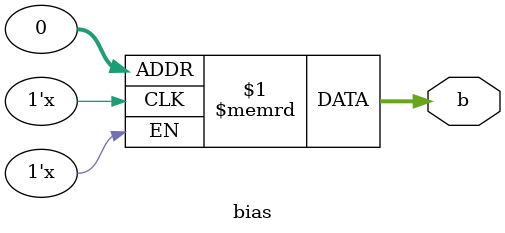
<source format=v>
`timescale 1ns / 1ps


module bias #(parameter neuronNo=5,layerNo=1,FileName="layer0Neuron000.txt") (
    output [31:0] b
    );
    reg [31:0] bias[0:0];
    reg [7:0] fileName[11:0];
    integer i;
    integer neuronNo_int;
    
    //synthesis translate_off 
    
   function [7:0] to_ascii;
        input integer a;
        begin
          to_ascii = a+48;
        end
   endfunction
   
   initial
       begin
        neuronNo_int = neuronNo;
        fileName[0] = "t";
        fileName[1] = "x";
        fileName[2] = "t";
        fileName[3] = ".";
        fileName[4] = 48;
        fileName[5] = 48;
        i=0;
        while(neuronNo_int != 0)
        begin
               fileName[i+4] = to_ascii(neuronNo_int%10);
               neuronNo_int = neuronNo_int/10;
               i=i+1;
               //$display("Value of i is %d",i);
       end 
       fileName[6] = "_";
       fileName[7] = to_ascii(layerNo);
       fileName[8] = "_";
       fileName[9] = "6";
       fileName[10] = "1";
       fileName[11] = "b";
       $readmemb(fileName, bias);
       end
       
     //  synthesis translate_on
       
       assign b = bias[0];
    
endmodule

</source>
